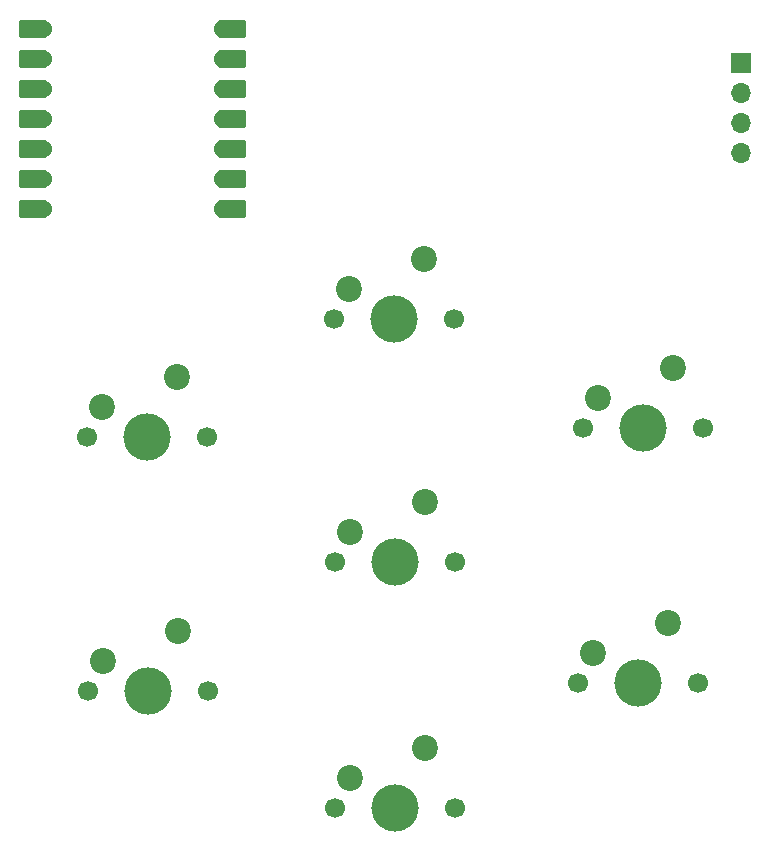
<source format=gbr>
%TF.GenerationSoftware,KiCad,Pcbnew,9.0.2*%
%TF.CreationDate,2025-07-27T13:16:15+05:30*%
%TF.ProjectId,honey-pad,686f6e65-792d-4706-9164-2e6b69636164,rev?*%
%TF.SameCoordinates,Original*%
%TF.FileFunction,Soldermask,Top*%
%TF.FilePolarity,Negative*%
%FSLAX46Y46*%
G04 Gerber Fmt 4.6, Leading zero omitted, Abs format (unit mm)*
G04 Created by KiCad (PCBNEW 9.0.2) date 2025-07-27 13:16:15*
%MOMM*%
%LPD*%
G01*
G04 APERTURE LIST*
G04 Aperture macros list*
%AMRoundRect*
0 Rectangle with rounded corners*
0 $1 Rounding radius*
0 $2 $3 $4 $5 $6 $7 $8 $9 X,Y pos of 4 corners*
0 Add a 4 corners polygon primitive as box body*
4,1,4,$2,$3,$4,$5,$6,$7,$8,$9,$2,$3,0*
0 Add four circle primitives for the rounded corners*
1,1,$1+$1,$2,$3*
1,1,$1+$1,$4,$5*
1,1,$1+$1,$6,$7*
1,1,$1+$1,$8,$9*
0 Add four rect primitives between the rounded corners*
20,1,$1+$1,$2,$3,$4,$5,0*
20,1,$1+$1,$4,$5,$6,$7,0*
20,1,$1+$1,$6,$7,$8,$9,0*
20,1,$1+$1,$8,$9,$2,$3,0*%
G04 Aperture macros list end*
%ADD10R,1.700000X1.700000*%
%ADD11O,1.700000X1.700000*%
%ADD12RoundRect,0.152400X1.063600X0.609600X-1.063600X0.609600X-1.063600X-0.609600X1.063600X-0.609600X0*%
%ADD13C,1.524000*%
%ADD14RoundRect,0.152400X-1.063600X-0.609600X1.063600X-0.609600X1.063600X0.609600X-1.063600X0.609600X0*%
%ADD15C,1.700000*%
%ADD16C,4.000000*%
%ADD17C,2.200000*%
G04 APERTURE END LIST*
D10*
%TO.C,J1*%
X129533750Y-74886250D03*
D11*
X129533750Y-77426250D03*
X129533750Y-79966250D03*
X129533750Y-82506250D03*
%TD*%
D12*
%TO.C,U1*%
X69565000Y-72068500D03*
D13*
X70400000Y-72068500D03*
D12*
X69565000Y-74608500D03*
D13*
X70400000Y-74608500D03*
D12*
X69565000Y-77148500D03*
D13*
X70400000Y-77148500D03*
D12*
X69565000Y-79688500D03*
D13*
X70400000Y-79688500D03*
D12*
X69565000Y-82228500D03*
D13*
X70400000Y-82228500D03*
D12*
X69565000Y-84768500D03*
D13*
X70400000Y-84768500D03*
D12*
X69565000Y-87308500D03*
D13*
X70400000Y-87308500D03*
X85640000Y-87308500D03*
D14*
X86475000Y-87308500D03*
D13*
X85640000Y-84768500D03*
D14*
X86475000Y-84768500D03*
D13*
X85640000Y-82228500D03*
D14*
X86475000Y-82228500D03*
D13*
X85640000Y-79688500D03*
D14*
X86475000Y-79688500D03*
D13*
X85640000Y-77148500D03*
D14*
X86475000Y-77148500D03*
D13*
X85640000Y-74608500D03*
D14*
X86475000Y-74608500D03*
D13*
X85640000Y-72068500D03*
D14*
X86475000Y-72068500D03*
%TD*%
D15*
%TO.C,SW7*%
X95140000Y-117200000D03*
D16*
X100220000Y-117200000D03*
D15*
X105300000Y-117200000D03*
D17*
X102760000Y-112120000D03*
X96410000Y-114660000D03*
%TD*%
D15*
%TO.C,SW1*%
X95040000Y-96600000D03*
D16*
X100120000Y-96600000D03*
D15*
X105200000Y-96600000D03*
D17*
X102660000Y-91520000D03*
X96310000Y-94060000D03*
%TD*%
D15*
%TO.C,SW6*%
X74140000Y-106600000D03*
D16*
X79220000Y-106600000D03*
D15*
X84300000Y-106600000D03*
D17*
X81760000Y-101520000D03*
X75410000Y-104060000D03*
%TD*%
D15*
%TO.C,SW4*%
X115740000Y-127400000D03*
D16*
X120820000Y-127400000D03*
D15*
X125900000Y-127400000D03*
D17*
X123360000Y-122320000D03*
X117010000Y-124860000D03*
%TD*%
D15*
%TO.C,SW2*%
X74240000Y-128100000D03*
D16*
X79320000Y-128100000D03*
D15*
X84400000Y-128100000D03*
D17*
X81860000Y-123020000D03*
X75510000Y-125560000D03*
%TD*%
D15*
%TO.C,SW3*%
X95140000Y-138000000D03*
D16*
X100220000Y-138000000D03*
D15*
X105300000Y-138000000D03*
D17*
X102760000Y-132920000D03*
X96410000Y-135460000D03*
%TD*%
D15*
%TO.C,SW5*%
X116200000Y-105800000D03*
D16*
X121280000Y-105800000D03*
D15*
X126360000Y-105800000D03*
D17*
X123820000Y-100720000D03*
X117470000Y-103260000D03*
%TD*%
M02*

</source>
